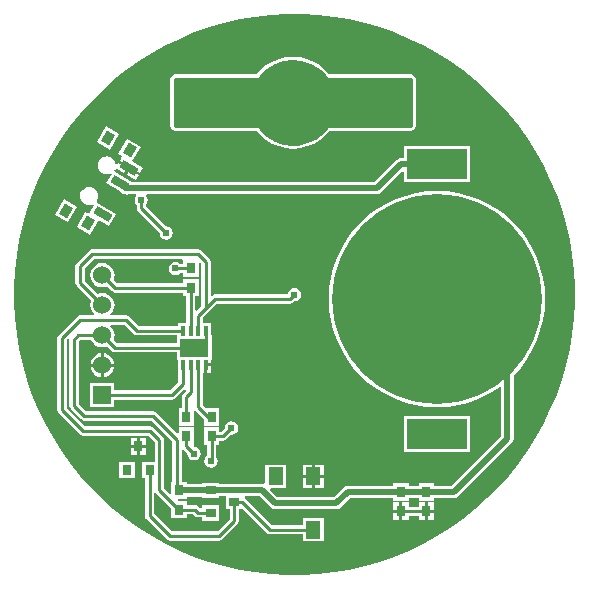
<source format=gbl>
G04*
G04 #@! TF.GenerationSoftware,Altium Limited,Altium Designer,18.0.12 (696)*
G04*
G04 Layer_Physical_Order=2*
G04 Layer_Color=16711680*
%FSLAX25Y25*%
%MOIN*%
G70*
G01*
G75*
%ADD16C,0.01000*%
%ADD20R,0.03100X0.03800*%
%ADD21C,0.02400*%
%ADD22C,0.70000*%
%ADD23R,0.20000X0.10000*%
G04:AMPARAMS|DCode=24|XSize=39.37mil|YSize=31.5mil|CornerRadius=0mil|HoleSize=0mil|Usage=FLASHONLY|Rotation=60.000|XOffset=0mil|YOffset=0mil|HoleType=Round|Shape=Rectangle|*
%AMROTATEDRECTD24*
4,1,4,0.00380,-0.02492,-0.02348,-0.00917,-0.00380,0.02492,0.02348,0.00917,0.00380,-0.02492,0.0*
%
%ADD24ROTATEDRECTD24*%

G04:AMPARAMS|DCode=25|XSize=27.56mil|YSize=59.06mil|CornerRadius=0mil|HoleSize=0mil|Usage=FLASHONLY|Rotation=60.000|XOffset=0mil|YOffset=0mil|HoleType=Round|Shape=Rectangle|*
%AMROTATEDRECTD25*
4,1,4,0.01868,-0.02670,-0.03246,0.00283,-0.01868,0.02670,0.03246,-0.00283,0.01868,-0.02670,0.0*
%
%ADD25ROTATEDRECTD25*%

%ADD26R,0.06000X0.06000*%
%ADD27C,0.06000*%
%ADD28R,0.09449X0.06299*%
%ADD29R,0.01378X0.03347*%
%ADD30R,0.03150X0.03543*%
%ADD31R,0.05118X0.05906*%
%ADD32R,0.03543X0.03150*%
%ADD33C,0.02000*%
G36*
X569859Y324174D02*
X575071Y323587D01*
X580242Y322709D01*
X585356Y321542D01*
X590395Y320090D01*
X595346Y318357D01*
X600192Y316350D01*
X604917Y314074D01*
X609508Y311537D01*
X613949Y308747D01*
X618226Y305712D01*
X622327Y302442D01*
X626238Y298947D01*
X629947Y295238D01*
X633442Y291327D01*
X636712Y287226D01*
X639747Y282949D01*
X642537Y278508D01*
X645075Y273917D01*
X647350Y269192D01*
X649357Y264346D01*
X651090Y259396D01*
X652542Y254356D01*
X653709Y249242D01*
X654587Y244071D01*
X655174Y238859D01*
X655469Y233622D01*
Y231000D01*
Y228378D01*
X655174Y223141D01*
X654587Y217929D01*
X653709Y212758D01*
X652542Y207645D01*
X651090Y202605D01*
X649357Y197654D01*
X647350Y192808D01*
X645074Y188083D01*
X642537Y183492D01*
X639747Y179051D01*
X636712Y174774D01*
X633442Y170673D01*
X629947Y166762D01*
X626238Y163053D01*
X622327Y159558D01*
X618226Y156288D01*
X613949Y153253D01*
X609508Y150463D01*
X604917Y147925D01*
X600192Y145650D01*
X595346Y143643D01*
X590395Y141910D01*
X585356Y140458D01*
X580242Y139291D01*
X575071Y138413D01*
X569859Y137825D01*
X564622Y137531D01*
X559378D01*
X554141Y137825D01*
X548929Y138413D01*
X543758Y139291D01*
X538645Y140458D01*
X533604Y141910D01*
X528654Y143643D01*
X523808Y145650D01*
X519083Y147925D01*
X514492Y150463D01*
X510051Y153253D01*
X505774Y156288D01*
X501673Y159558D01*
X497762Y163053D01*
X494053Y166762D01*
X490558Y170673D01*
X487288Y174774D01*
X484253Y179051D01*
X481463Y183492D01*
X478926Y188083D01*
X476650Y192808D01*
X474643Y197654D01*
X472910Y202605D01*
X471458Y207645D01*
X470291Y212758D01*
X469413Y217929D01*
X468825Y223141D01*
X468531Y228378D01*
Y231000D01*
Y233622D01*
X468825Y238859D01*
X469413Y244071D01*
X470291Y249242D01*
X471458Y254356D01*
X472910Y259396D01*
X474643Y264346D01*
X476650Y269192D01*
X478926Y273917D01*
X481463Y278508D01*
X484253Y282949D01*
X487288Y287226D01*
X490558Y291327D01*
X494053Y295238D01*
X497762Y298947D01*
X501673Y302442D01*
X505774Y305712D01*
X510051Y308747D01*
X514492Y311537D01*
X519083Y314074D01*
X523808Y316350D01*
X528654Y318357D01*
X533604Y320090D01*
X538645Y321542D01*
X543758Y322709D01*
X548929Y323587D01*
X554141Y324174D01*
X559378Y324469D01*
X564622D01*
X569859Y324174D01*
D02*
G37*
%LPC*%
G36*
X561500Y310327D02*
X559102Y310138D01*
X556764Y309577D01*
X554542Y308656D01*
X552491Y307400D01*
X550662Y305838D01*
X549437Y304403D01*
X522130D01*
X521545Y304287D01*
X521048Y303956D01*
X520717Y303459D01*
X520601Y302874D01*
Y287126D01*
X520717Y286541D01*
X521048Y286045D01*
X521545Y285713D01*
X522130Y285597D01*
X549437D01*
X550662Y284162D01*
X552491Y282600D01*
X554542Y281344D01*
X556764Y280423D01*
X559102Y279862D01*
X561500Y279673D01*
X563898Y279862D01*
X566236Y280423D01*
X568458Y281344D01*
X570509Y282600D01*
X572338Y284162D01*
X573563Y285597D01*
X600870D01*
X601455Y285713D01*
X601952Y286045D01*
X602283Y286541D01*
X602399Y287126D01*
Y302874D01*
X602283Y303459D01*
X601952Y303956D01*
X601455Y304287D01*
X600870Y304403D01*
X573563D01*
X572338Y305838D01*
X570509Y307400D01*
X568458Y308656D01*
X566236Y309577D01*
X563898Y310138D01*
X561500Y310327D01*
D02*
G37*
G36*
X499163Y287029D02*
X496194Y281887D01*
X500654Y279313D01*
X503622Y284454D01*
X499163Y287029D01*
D02*
G37*
G36*
X506323Y282895D02*
X503354Y277754D01*
X504548Y277065D01*
X503723Y275636D01*
X507146Y273660D01*
X510569Y271683D01*
X511508Y273310D01*
X507928Y275377D01*
X510782Y280320D01*
X506323Y282895D01*
D02*
G37*
G36*
X620500Y280500D02*
X598500D01*
Y276539D01*
X597500D01*
X596720Y276384D01*
X596058Y275942D01*
X588655Y268539D01*
X507960D01*
X502130Y271905D01*
X502000Y272557D01*
X502046Y272617D01*
X502075Y272687D01*
X502704Y272901D01*
X505274Y271417D01*
X506213Y273044D01*
X503223Y274770D01*
X502931Y274265D01*
X502413Y274368D01*
X502345Y274889D01*
X502046Y275611D01*
X501570Y276232D01*
X500950Y276707D01*
X500228Y277006D01*
X499453Y277108D01*
X498678Y277006D01*
X497956Y276707D01*
X497336Y276232D01*
X496860Y275611D01*
X496561Y274889D01*
X496459Y274114D01*
X496561Y273339D01*
X496860Y272617D01*
X497336Y271997D01*
X497956Y271521D01*
X498678Y271222D01*
X499453Y271120D01*
X500228Y271222D01*
X500713Y271423D01*
X501061Y271026D01*
X499331Y268029D01*
X503885Y265400D01*
X504113Y265058D01*
X504775Y264616D01*
X505489Y264474D01*
X506177Y264076D01*
X506399Y264461D01*
X509037D01*
X509253Y263961D01*
X508873Y263392D01*
X508702Y262534D01*
X508873Y261676D01*
X509359Y260948D01*
X509416Y260910D01*
Y259826D01*
X509532Y259241D01*
X509864Y258745D01*
X517041Y251567D01*
X517028Y251500D01*
X517199Y250642D01*
X517685Y249914D01*
X518413Y249428D01*
X519271Y249257D01*
X520130Y249428D01*
X520857Y249914D01*
X521344Y250642D01*
X521514Y251500D01*
X521344Y252358D01*
X520857Y253086D01*
X520130Y253572D01*
X519271Y253743D01*
X519204Y253730D01*
X512492Y260442D01*
X512520Y260941D01*
X512531Y260948D01*
X513017Y261676D01*
X513188Y262534D01*
X513017Y263392D01*
X512638Y263961D01*
X512853Y264461D01*
X589500D01*
X590280Y264616D01*
X590942Y265058D01*
X598000Y272116D01*
X598500Y271909D01*
Y268500D01*
X620500D01*
Y280500D01*
D02*
G37*
G36*
X507079Y272544D02*
X506140Y270917D01*
X509130Y269191D01*
X510069Y270817D01*
X507079Y272544D01*
D02*
G37*
G36*
X493547Y266880D02*
X492772Y266778D01*
X492050Y266479D01*
X491430Y266003D01*
X490954Y265383D01*
X490655Y264661D01*
X490553Y263886D01*
X490655Y263111D01*
X490954Y262389D01*
X491430Y261769D01*
X492050Y261293D01*
X492772Y260994D01*
X493547Y260892D01*
X494322Y260994D01*
X494808Y261195D01*
X495156Y260798D01*
X493540Y257998D01*
X492346Y258687D01*
X489378Y253546D01*
X493837Y250971D01*
X496692Y255915D01*
X500272Y253848D01*
X502650Y257967D01*
X496224Y261677D01*
X496094Y262329D01*
X496140Y262389D01*
X496439Y263111D01*
X496541Y263886D01*
X496439Y264661D01*
X496140Y265383D01*
X495664Y266003D01*
X495044Y266479D01*
X494322Y266778D01*
X493547Y266880D01*
D02*
G37*
G36*
X485186Y262821D02*
X482218Y257680D01*
X486677Y255105D01*
X489646Y260246D01*
X485186Y262821D01*
D02*
G37*
G36*
X609500Y265543D02*
X605967Y265370D01*
X602468Y264851D01*
X599037Y263991D01*
X595707Y262800D01*
X592509Y261287D01*
X589475Y259469D01*
X586634Y257362D01*
X584014Y254987D01*
X581638Y252366D01*
X579531Y249525D01*
X577712Y246491D01*
X576200Y243293D01*
X575009Y239963D01*
X574149Y236532D01*
X573630Y233033D01*
X573457Y229500D01*
X573630Y225967D01*
X574149Y222468D01*
X575009Y219037D01*
X576200Y215707D01*
X577712Y212509D01*
X579531Y209475D01*
X581638Y206634D01*
X584014Y204013D01*
X586634Y201638D01*
X589475Y199531D01*
X592509Y197713D01*
X595707Y196200D01*
X599037Y195009D01*
X602468Y194149D01*
X605967Y193630D01*
X609500Y193457D01*
X613033Y193630D01*
X616532Y194149D01*
X619963Y195009D01*
X623293Y196200D01*
X626491Y197713D01*
X629525Y199531D01*
X630514Y200265D01*
X630961Y200040D01*
Y183845D01*
X614355Y167239D01*
X608550D01*
Y168100D01*
X603450D01*
Y167239D01*
X600050D01*
Y168100D01*
X594950D01*
Y167239D01*
X579700D01*
X578920Y167084D01*
X578258Y166642D01*
X575155Y163539D01*
X556345D01*
X553940Y165944D01*
X554132Y166405D01*
X559260D01*
Y174311D01*
X552142D01*
Y168112D01*
X551642Y167703D01*
X551260Y167779D01*
X536835D01*
Y168315D01*
X531291D01*
Y167739D01*
X526050D01*
Y168600D01*
X524405D01*
Y179251D01*
X524656Y179390D01*
X524905Y179432D01*
X526270Y178067D01*
X526257Y178000D01*
X526428Y177142D01*
X526914Y176414D01*
X527642Y175928D01*
X528500Y175757D01*
X529358Y175928D01*
X530086Y176414D01*
X530572Y177142D01*
X530743Y178000D01*
X530572Y178858D01*
X530086Y179586D01*
X529358Y180072D01*
X528653Y180213D01*
X528511Y180415D01*
X528475Y180900D01*
X528475D01*
Y186700D01*
X523375D01*
Y184941D01*
X522913Y184750D01*
X516081Y191581D01*
X515585Y191913D01*
X515000Y192029D01*
X492633D01*
X490029Y194633D01*
Y215367D01*
X490633Y215971D01*
X494304D01*
X494506Y215483D01*
X495147Y214647D01*
X495983Y214006D01*
X496956Y213603D01*
X498000Y213465D01*
X499044Y213603D01*
X499532Y213805D01*
X501127Y212210D01*
X501623Y211878D01*
X502209Y211762D01*
X522937D01*
Y209142D01*
X523134D01*
Y204909D01*
X523293D01*
Y201785D01*
X520538Y199029D01*
X502000D01*
Y201500D01*
X494000D01*
Y193500D01*
X502000D01*
Y195971D01*
X521172D01*
X521757Y196087D01*
X522253Y196419D01*
X525179Y199344D01*
X525706Y199165D01*
X525740Y198903D01*
X524844Y198007D01*
X524512Y197511D01*
X524396Y196925D01*
Y193100D01*
X523375D01*
Y187300D01*
X528475D01*
Y192179D01*
X528518Y192212D01*
X528975Y192362D01*
X531875Y189462D01*
Y187300D01*
X536975D01*
Y193100D01*
X532563D01*
X531470Y194193D01*
Y204909D01*
X532000D01*
Y207583D01*
X532500D01*
Y208083D01*
X534189D01*
Y209142D01*
X534386D01*
Y217441D01*
X534189D01*
Y221673D01*
X531470D01*
Y223307D01*
X533581Y225419D01*
X536133Y227971D01*
X560500D01*
X561085Y228087D01*
X561581Y228419D01*
X561933Y228770D01*
X562000Y228757D01*
X562858Y228928D01*
X563586Y229414D01*
X564072Y230142D01*
X564243Y231000D01*
X564072Y231858D01*
X563586Y232586D01*
X562858Y233072D01*
X562000Y233243D01*
X561142Y233072D01*
X560414Y232586D01*
X559928Y231858D01*
X559763Y231029D01*
X535500D01*
X534915Y230913D01*
X534529Y230656D01*
X534029Y230831D01*
Y242000D01*
X533913Y242585D01*
X533581Y243081D01*
X531081Y245581D01*
X530585Y245913D01*
X530000Y246029D01*
X494500D01*
X493915Y245913D01*
X493419Y245581D01*
X489419Y241581D01*
X489087Y241085D01*
X488971Y240500D01*
Y235000D01*
X489087Y234415D01*
X489419Y233919D01*
X494305Y229032D01*
X494103Y228544D01*
X493965Y227500D01*
X494103Y226456D01*
X494506Y225483D01*
X495147Y224647D01*
X495335Y224503D01*
X495175Y224029D01*
X490500D01*
X489915Y223913D01*
X489419Y223581D01*
X483419Y217581D01*
X483087Y217085D01*
X482971Y216500D01*
Y192500D01*
X483087Y191915D01*
X483419Y191419D01*
X490418Y184419D01*
X490915Y184087D01*
X491500Y183971D01*
X513367D01*
X515471Y181867D01*
Y175272D01*
X511165D01*
Y169728D01*
X512211D01*
Y157260D01*
X512327Y156675D01*
X512659Y156178D01*
X519419Y149419D01*
X519915Y149087D01*
X520500Y148971D01*
X537000D01*
X537585Y149087D01*
X538081Y149419D01*
X543018Y154356D01*
X543350Y154852D01*
X543466Y155437D01*
Y159425D01*
X544709D01*
X544709Y159425D01*
Y159425D01*
X545122Y159215D01*
X552777Y151560D01*
X553273Y151229D01*
X553858Y151112D01*
X564740D01*
Y148689D01*
X571858D01*
Y156595D01*
X564740D01*
Y154171D01*
X554492D01*
X545581Y163081D01*
X545402Y163201D01*
X545554Y163701D01*
X550415D01*
X554058Y160058D01*
X554720Y159616D01*
X555500Y159461D01*
X576000D01*
X576780Y159616D01*
X577442Y160058D01*
X580545Y163161D01*
X594950D01*
Y162300D01*
X600050D01*
Y163161D01*
X603450D01*
Y162300D01*
X608550D01*
Y163161D01*
X615200D01*
X615980Y163316D01*
X616642Y163758D01*
X634442Y181558D01*
X634884Y182220D01*
X635039Y183000D01*
Y204071D01*
X637362Y206634D01*
X639469Y209475D01*
X641288Y212509D01*
X642800Y215707D01*
X643991Y219037D01*
X644851Y222468D01*
X645370Y225967D01*
X645543Y229500D01*
X645370Y233033D01*
X644851Y236532D01*
X643991Y239963D01*
X642800Y243293D01*
X641288Y246491D01*
X639469Y249525D01*
X637362Y252366D01*
X634986Y254987D01*
X632366Y257362D01*
X629525Y259469D01*
X626491Y261287D01*
X623293Y262800D01*
X619963Y263991D01*
X616532Y264851D01*
X613033Y265370D01*
X609500Y265543D01*
D02*
G37*
G36*
X498500Y211469D02*
Y208000D01*
X501969D01*
X501897Y208544D01*
X501494Y209517D01*
X500853Y210353D01*
X500017Y210994D01*
X499044Y211397D01*
X498500Y211469D01*
D02*
G37*
G36*
X497500D02*
X496956Y211397D01*
X495983Y210994D01*
X495147Y210353D01*
X494506Y209517D01*
X494103Y208544D01*
X494031Y208000D01*
X497500D01*
Y211469D01*
D02*
G37*
G36*
X534189Y207083D02*
X533000D01*
Y204909D01*
X534189D01*
Y207083D01*
D02*
G37*
G36*
X501969Y207000D02*
X498500D01*
Y203531D01*
X499044Y203603D01*
X500017Y204006D01*
X500853Y204647D01*
X501494Y205483D01*
X501897Y206456D01*
X501969Y207000D01*
D02*
G37*
G36*
X497500D02*
X494031D01*
X494103Y206456D01*
X494506Y205483D01*
X495147Y204647D01*
X495983Y204006D01*
X496956Y203603D01*
X497500Y203531D01*
Y207000D01*
D02*
G37*
G36*
X540978Y188755D02*
X540120Y188584D01*
X539392Y188098D01*
X538906Y187370D01*
X538735Y186512D01*
X538748Y186445D01*
X537633Y185329D01*
X536975D01*
Y186700D01*
X531875D01*
Y180900D01*
X532896D01*
Y177213D01*
X532643Y177043D01*
X532156Y176316D01*
X531986Y175457D01*
X532156Y174599D01*
X532643Y173871D01*
X533370Y173385D01*
X534229Y173214D01*
X535087Y173385D01*
X535815Y173871D01*
X536301Y174599D01*
X536472Y175457D01*
X536301Y176316D01*
X535955Y176834D01*
Y180900D01*
X536975D01*
Y182271D01*
X538266D01*
X538851Y182387D01*
X539348Y182719D01*
X540911Y184282D01*
X540978Y184269D01*
X541837Y184440D01*
X542564Y184926D01*
X543050Y185653D01*
X543221Y186512D01*
X543050Y187370D01*
X542564Y188098D01*
X541837Y188584D01*
X540978Y188755D01*
D02*
G37*
G36*
X512575Y183146D02*
X510500D01*
Y180874D01*
X512575D01*
Y183146D01*
D02*
G37*
G36*
X509500D02*
X507425D01*
Y180874D01*
X509500D01*
Y183146D01*
D02*
G37*
G36*
X620500Y190500D02*
X598500D01*
Y178500D01*
X620500D01*
Y190500D01*
D02*
G37*
G36*
X512575Y179874D02*
X510500D01*
Y177602D01*
X512575D01*
Y179874D01*
D02*
G37*
G36*
X509500D02*
X507425D01*
Y177602D01*
X509500D01*
Y179874D01*
D02*
G37*
G36*
X571858Y174311D02*
X568799D01*
Y170858D01*
X571858D01*
Y174311D01*
D02*
G37*
G36*
X567799D02*
X564740D01*
Y170858D01*
X567799D01*
Y174311D01*
D02*
G37*
G36*
X508835Y175272D02*
X503685D01*
Y169728D01*
X508835D01*
Y175272D01*
D02*
G37*
G36*
X571858Y169858D02*
X568799D01*
Y166405D01*
X571858D01*
Y169858D01*
D02*
G37*
G36*
X567799D02*
X564740D01*
Y166405D01*
X567799D01*
Y169858D01*
D02*
G37*
G36*
X605500Y161700D02*
X603450D01*
Y160329D01*
X600050D01*
Y161700D01*
X598000D01*
Y158800D01*
Y155900D01*
X600050D01*
Y157271D01*
X603450D01*
Y155900D01*
X605500D01*
Y158800D01*
Y161700D01*
D02*
G37*
G36*
X608550D02*
X606500D01*
Y159300D01*
X608550D01*
Y161700D01*
D02*
G37*
G36*
X597000D02*
X594950D01*
Y159300D01*
X597000D01*
Y161700D01*
D02*
G37*
G36*
X608550Y158300D02*
X606500D01*
Y155900D01*
X608550D01*
Y158300D01*
D02*
G37*
G36*
X597000D02*
X594950D01*
Y155900D01*
X597000D01*
Y158300D01*
D02*
G37*
%LPD*%
G36*
X564194Y308544D02*
X565939Y308076D01*
X567608Y307385D01*
X569172Y306482D01*
X570605Y305382D01*
X571882Y304105D01*
X572827Y302874D01*
X600870D01*
Y287126D01*
X572827D01*
X571882Y285895D01*
X570605Y284618D01*
X569172Y283518D01*
X567608Y282615D01*
X565939Y281924D01*
X564194Y281456D01*
X562403Y281221D01*
X560597D01*
X558806Y281456D01*
X557061Y281924D01*
X555392Y282615D01*
X553828Y283518D01*
X552395Y284618D01*
X551118Y285895D01*
X550173Y287126D01*
X522130D01*
Y302874D01*
X550173D01*
X551118Y304105D01*
X552395Y305382D01*
X553828Y306482D01*
X555392Y307385D01*
X557061Y308076D01*
X558806Y308544D01*
X560597Y308780D01*
X562403D01*
X564194Y308544D01*
D02*
G37*
G36*
X524950Y242600D02*
Y241229D01*
X523924D01*
X523886Y241286D01*
X523158Y241772D01*
X522300Y241943D01*
X521442Y241772D01*
X520714Y241286D01*
X520228Y240558D01*
X520057Y239700D01*
X520228Y238842D01*
X520714Y238114D01*
X521442Y237628D01*
X522300Y237457D01*
X523158Y237628D01*
X523886Y238114D01*
X523924Y238171D01*
X524950D01*
Y236800D01*
X530050D01*
Y241634D01*
X530512Y241825D01*
X530971Y241367D01*
Y227133D01*
X529373Y225536D01*
X528911Y225728D01*
Y230400D01*
X530050D01*
Y236200D01*
X524950D01*
Y234711D01*
X502952D01*
X501695Y235968D01*
X501897Y236456D01*
X502035Y237500D01*
X501897Y238544D01*
X501494Y239517D01*
X500853Y240353D01*
X500017Y240994D01*
X499044Y241397D01*
X498000Y241534D01*
X496956Y241397D01*
X495983Y240994D01*
X495147Y240353D01*
X494506Y239517D01*
X494103Y238544D01*
X493965Y237500D01*
X494103Y236456D01*
X494506Y235483D01*
X495147Y234647D01*
X495983Y234006D01*
X496956Y233603D01*
X498000Y233466D01*
X499044Y233603D01*
X499532Y233805D01*
X501237Y232101D01*
X501733Y231769D01*
X502318Y231652D01*
X524950D01*
Y230400D01*
X525852D01*
Y221673D01*
X523134D01*
Y220529D01*
X510134D01*
X507081Y223581D01*
X506585Y223913D01*
X506000Y224029D01*
X500826D01*
X500665Y224503D01*
X500853Y224647D01*
X501494Y225483D01*
X501897Y226456D01*
X502035Y227500D01*
X501897Y228544D01*
X501494Y229517D01*
X500853Y230353D01*
X500017Y230994D01*
X499044Y231397D01*
X498000Y231535D01*
X496956Y231397D01*
X496468Y231195D01*
X492029Y235633D01*
Y239866D01*
X495133Y242971D01*
X524638D01*
X524950Y242600D01*
D02*
G37*
G36*
X508419Y217919D02*
X508915Y217587D01*
X509500Y217471D01*
X522449D01*
X522937Y217441D01*
Y214821D01*
X502842D01*
X501695Y215968D01*
X501897Y216456D01*
X502035Y217500D01*
X501897Y218544D01*
X501494Y219517D01*
X500853Y220353D01*
X500665Y220497D01*
X500826Y220971D01*
X505367D01*
X508419Y217919D01*
D02*
G37*
G36*
X486996Y216126D02*
X486971Y216000D01*
Y194000D01*
X487087Y193415D01*
X487419Y192919D01*
X490919Y189419D01*
X491415Y189087D01*
X492000Y188971D01*
X514366D01*
X521346Y181991D01*
Y168600D01*
X520950D01*
Y164666D01*
X520488Y164475D01*
X518529Y166434D01*
Y182500D01*
X518413Y183085D01*
X518081Y183581D01*
X515081Y186581D01*
X514585Y186913D01*
X514000Y187029D01*
X492134D01*
X486029Y193133D01*
Y215866D01*
X486535Y216372D01*
X486996Y216126D01*
D02*
G37*
G36*
X515919Y164719D02*
X520950Y159687D01*
Y156400D01*
X526050D01*
Y157771D01*
X528066D01*
X528659Y157178D01*
X529155Y156847D01*
X529740Y156730D01*
X531291D01*
Y155685D01*
X536835D01*
Y160835D01*
X531291D01*
Y159789D01*
X530374D01*
X529781Y160381D01*
X529285Y160713D01*
X528700Y160829D01*
X526050D01*
Y162200D01*
X523109D01*
X523042Y162300D01*
X523309Y162800D01*
X526050D01*
Y163661D01*
X531291D01*
Y163165D01*
X536835D01*
Y163701D01*
X539165D01*
Y159425D01*
X540408D01*
Y156070D01*
X536367Y152029D01*
X521134D01*
X515270Y157893D01*
Y164790D01*
X515769Y164942D01*
X515919Y164719D01*
D02*
G37*
D16*
X575280Y295000D02*
X575244Y295994D01*
X575136Y296983D01*
X574957Y297962D01*
X574709Y298925D01*
X574391Y299868D01*
X574006Y300786D01*
X573556Y301673D01*
X573043Y302526D01*
X572470Y303339D01*
X571840Y304109D01*
X571155Y304831D01*
X570421Y305502D01*
X569640Y306119D01*
X568816Y306677D01*
X567954Y307174D01*
X567059Y307608D01*
X566135Y307977D01*
X565186Y308277D01*
X564219Y308509D01*
X563237Y308670D01*
X562246Y308759D01*
X561251Y308777D01*
X560258Y308723D01*
X559271Y308598D01*
X558295Y308402D01*
X557337Y308136D01*
X556400Y307801D01*
X555489Y307400D01*
X554610Y306933D01*
X553767Y306405D01*
X552964Y305817D01*
X552206Y305173D01*
X551496Y304476D01*
X550838Y303730D01*
X550236Y302938D01*
X549693Y302104D01*
X549211Y301234D01*
X548793Y300331D01*
X548442Y299400D01*
X548158Y298446D01*
X547944Y297474D01*
X547801Y296490D01*
X547729Y295497D01*
Y294502D01*
X547801Y293510D01*
X547944Y292526D01*
X548158Y291554D01*
X548442Y290600D01*
X548793Y289669D01*
X549211Y288766D01*
X549693Y287896D01*
X550236Y287063D01*
X550838Y286270D01*
X551496Y285524D01*
X552206Y284827D01*
X552964Y284183D01*
X553767Y283595D01*
X554610Y283067D01*
X555489Y282601D01*
X556400Y282199D01*
X557337Y281865D01*
X558295Y281598D01*
X559271Y281402D01*
X560258Y281277D01*
X561251Y281223D01*
X562246Y281241D01*
X563237Y281330D01*
X564219Y281491D01*
X565186Y281723D01*
X566135Y282023D01*
X567059Y282392D01*
X567954Y282826D01*
X568816Y283323D01*
X569640Y283881D01*
X570421Y284498D01*
X571155Y285169D01*
X571840Y285891D01*
X572470Y286661D01*
X573043Y287474D01*
X573556Y288327D01*
X574006Y289214D01*
X574391Y290132D01*
X574709Y291074D01*
X574957Y292038D01*
X575136Y293017D01*
X575244Y294006D01*
X575280Y295000D01*
X600870Y287126D02*
Y302874D01*
X522130D02*
X600870D01*
X522130Y287126D02*
Y302874D01*
Y287126D02*
X600870D01*
X532000D02*
X549500D01*
X534425Y175654D02*
Y183800D01*
X534229Y175457D02*
X534425Y175654D01*
X538266Y183800D02*
X540978Y186512D01*
X534425Y183800D02*
X538266D01*
X510945Y259826D02*
X519271Y251500D01*
X510945Y259826D02*
Y262534D01*
X525925Y180575D02*
X528500Y178000D01*
X525925Y180575D02*
Y183800D01*
X522300Y239700D02*
X527500D01*
X532500Y226500D02*
X535500Y229500D01*
X560500D01*
X562000Y231000D01*
X503943Y268112D02*
X505555Y266500D01*
X522875Y165700D02*
Y182625D01*
X492000Y190500D02*
X515000D01*
X488500Y194000D02*
X492000Y190500D01*
X488500Y194000D02*
Y216000D01*
X491500Y185500D02*
X514000D01*
X484500Y192500D02*
X491500Y185500D01*
X484500Y192500D02*
Y216500D01*
X522875Y165700D02*
X523500D01*
X515000Y190500D02*
X522875Y182625D01*
X523500Y159300D02*
X528700D01*
X488500Y216000D02*
X490000Y217500D01*
X498000D01*
X533300Y190200D02*
X534425D01*
X529941Y193559D02*
X533300Y190200D01*
X529941Y193559D02*
Y207583D01*
X525925Y196925D02*
X527382Y198382D01*
X525925Y190200D02*
Y196925D01*
X514000Y185500D02*
X517000Y182500D01*
Y165800D02*
Y182500D01*
Y165800D02*
X523500Y159300D01*
X528661Y213291D02*
X531197Y215827D01*
X532500D01*
Y219000D01*
X553858Y152642D02*
X568299D01*
X544500Y162000D02*
X553858Y152642D01*
X541937Y162000D02*
X544500D01*
X609500Y229500D02*
X633000Y206000D01*
X593291Y213291D02*
X609500Y229500D01*
X502209Y213291D02*
X528661D01*
X498000Y217500D02*
X502209Y213291D01*
X509500Y219000D02*
X524823D01*
X506000Y222500D02*
X509500Y219000D01*
X490500Y222500D02*
X506000D01*
X484500Y216500D02*
X490500Y222500D01*
X520500Y150500D02*
X537000D01*
X513740Y157260D02*
X520500Y150500D01*
X537000D02*
X541937Y155437D01*
X521172Y197500D02*
X524823Y201151D01*
X498000Y197500D02*
X521172D01*
X524823Y201151D02*
Y207583D01*
X527382Y198382D02*
Y207583D01*
X513740Y157260D02*
Y172500D01*
X490500Y235000D02*
X498000Y227500D01*
X490500Y235000D02*
Y240500D01*
X494500Y244500D01*
X530000D01*
X529941Y219000D02*
Y223941D01*
X532500Y226500D01*
Y242000D01*
X530000Y244500D02*
X532500Y242000D01*
X527382Y219000D02*
Y233182D01*
X502318D02*
X527382D01*
X498000Y237500D02*
X502318Y233182D01*
X541937Y155437D02*
Y162000D01*
X597500Y158800D02*
X606000D01*
X529740Y158260D02*
X534063D01*
X528700Y159300D02*
X529740Y158260D01*
X534023Y165700D02*
X534063Y165740D01*
D20*
X523500Y159300D02*
D03*
Y165700D02*
D03*
X527500Y239700D02*
D03*
Y233300D02*
D03*
X525925Y183800D02*
D03*
Y190200D02*
D03*
X534425Y183800D02*
D03*
Y190200D02*
D03*
X606000Y158800D02*
D03*
Y165200D02*
D03*
X597500Y158800D02*
D03*
Y165200D02*
D03*
D21*
X534229Y175457D02*
D03*
X540978Y186512D02*
D03*
X519271Y251500D02*
D03*
X510945Y262534D02*
D03*
X528500Y178000D02*
D03*
X522300Y239700D02*
D03*
X562000Y231000D02*
D03*
D22*
X609500Y229500D02*
D03*
D23*
Y274500D02*
D03*
Y184500D02*
D03*
D24*
X499908Y283171D02*
D03*
X485932Y258963D02*
D03*
X507068Y279037D02*
D03*
X493092Y254829D02*
D03*
D25*
X498038Y257884D02*
D03*
X503943Y268112D02*
D03*
X506896Y273227D02*
D03*
D26*
X498000Y197500D02*
D03*
D27*
Y207500D02*
D03*
Y217500D02*
D03*
Y227500D02*
D03*
Y237500D02*
D03*
D28*
X528661Y213291D02*
D03*
D29*
X532500Y207583D02*
D03*
X529941D02*
D03*
X527382D02*
D03*
X524823D02*
D03*
X532500Y219000D02*
D03*
X529941D02*
D03*
X527382D02*
D03*
X524823D02*
D03*
D30*
X506260Y172500D02*
D03*
X513740D02*
D03*
X510000Y180374D02*
D03*
D31*
X568299Y170358D02*
D03*
Y152642D02*
D03*
X555701Y170358D02*
D03*
D32*
X534063Y165740D02*
D03*
Y158260D02*
D03*
X541937Y162000D02*
D03*
D33*
X589500Y266500D02*
X597500Y274500D01*
X505555Y266500D02*
X589500D01*
X597500Y274500D02*
X609500D01*
X579700Y165200D02*
X597500D01*
X576000Y161500D02*
X579700Y165200D01*
X555500Y161500D02*
X576000D01*
X551260Y165740D02*
X555500Y161500D01*
X534063Y165740D02*
X551260D01*
X633000Y183000D02*
Y206000D01*
X615200Y165200D02*
X633000Y183000D01*
X606000Y165200D02*
X615200D01*
X597500D02*
X606000D01*
X523500Y165700D02*
X534023D01*
M02*

</source>
